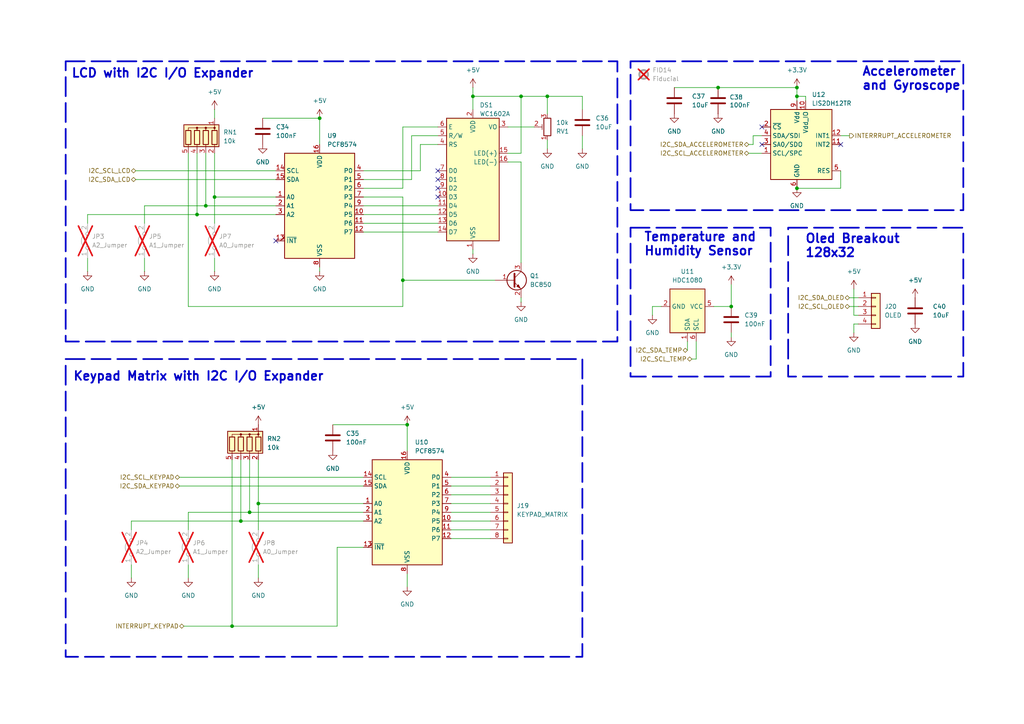
<source format=kicad_sch>
(kicad_sch (version 20231120) (generator "eeschema") (generator_version "8.0")
  (paper "A4")
  (lib_symbols
    (symbol "Connector_Generic:Conn_01x04" (pin_names (offset 1.016) hide)
      (property "Reference" "J" (at 0 5.08 0))
      (property "Value" "Conn_01x04" (at 0 -7.62 0))
      (symbol "Conn_01x04_1_1"
        (rectangle (start -1.27 -4.953) (end 0 -5.207) (stroke (width 0.1524)))
        (rectangle (start -1.27 -2.413) (end 0 -2.667) (stroke (width 0.1524)))
        (rectangle (start -1.27 0.127) (end 0 -0.127) (stroke (width 0.1524)))
        (rectangle (start -1.27 2.667) (end 0 2.413) (stroke (width 0.1524)))
        (rectangle (start -1.27 3.81) (end 1.27 -6.35) (stroke (width 0.254)) (fill (type background)))
        (pin passive line (at -5.08 2.54 0) (length 3.81) (name "Pin_1") (number "1"))
        (pin passive line (at -5.08 0 0) (length 3.81) (name "Pin_2") (number "2"))
        (pin passive line (at -5.08 -2.54 0) (length 3.81) (name "Pin_3") (number "3"))
        (pin passive line (at -5.08 -5.08 0) (length 3.81) (name "Pin_4") (number "4"))
      )
    )
    (symbol "Connector_Generic:Conn_01x08" (pin_names (offset 1.016) hide)
      (property "Reference" "J" (at 0 10.16 0))
      (property "Value" "Conn_01x08" (at 0 -12.7 0))
      (symbol "Conn_01x08_1_1"
        (rectangle (start -1.27 -10.033) (end 0 -10.287) (stroke (width 0.1524)))
        (rectangle (start -1.27 -7.493) (end 0 -7.747) (stroke (width 0.1524)))
        (rectangle (start -1.27 -4.953) (end 0 -5.207) (stroke (width 0.1524)))
        (rectangle (start -1.27 -2.413) (end 0 -2.667) (stroke (width 0.1524)))
        (rectangle (start -1.27 0.127) (end 0 -0.127) (stroke (width 0.1524)))
        (rectangle (start -1.27 2.667) (end 0 2.413) (stroke (width 0.1524)))
        (rectangle (start -1.27 5.207) (end 0 4.953) (stroke (width 0.1524)))
        (rectangle (start -1.27 7.747) (end 0 7.493) (stroke (width 0.1524)))
        (rectangle (start -1.27 8.89) (end 1.27 -11.43) (stroke (width 0.254)) (fill (type background)))
        (pin passive line (at -5.08 7.62 0) (length 3.81) (name "Pin_1") (number "1"))
        (pin passive line (at -5.08 5.08 0) (length 3.81) (name "Pin_2") (number "2"))
        (pin passive line (at -5.08 2.54 0) (length 3.81) (name "Pin_3") (number "3"))
        (pin passive line (at -5.08 0 0) (length 3.81) (name "Pin_4") (number "4"))
        (pin passive line (at -5.08 -2.54 0) (length 3.81) (name "Pin_5") (number "5"))
        (pin passive line (at -5.08 -5.08 0) (length 3.81) (name "Pin_6") (number "6"))
        (pin passive line (at -5.08 -7.62 0) (length 3.81) (name "Pin_7") (number "7"))
        (pin passive line (at -5.08 -10.16 0) (length 3.81) (name "Pin_8") (number "8"))
      )
    )
    (symbol "Device:C" (pin_numbers hide) (pin_names (offset 0.254))
      (property "Reference" "C" (at 0.635 2.54 0))
      (property "Value" "C" (at 0.635 -2.54 0))
      (symbol "C_0_1"
        (polyline (pts (xy -2.032 -0.762) (xy 2.032 -0.762)) (stroke (width 0.508)))
        (polyline (pts (xy -2.032 0.762) (xy 2.032 0.762)) (stroke (width 0.508)))
      )
      (symbol "C_1_1"
        (pin passive line (at 0 3.81 270) (length 2.794) (name "~") (number "1"))
        (pin passive line (at 0 -3.81 90) (length 2.794) (name "~") (number "2"))
      )
    )
    (symbol "Device:R_Network04" (pin_names (offset 0) hide)
      (property "Reference" "RN" (at -7.62 0 90))
      (property "Value" "R_Network04" (at 5.08 0 90))
      (symbol "R_Network04_0_1"
        (rectangle (start -6.35 -3.175) (end 3.81 3.175) (stroke (width 0.254)) (fill (type background)))
        (rectangle (start -5.842 1.524) (end -4.318 -2.54) (stroke (width 0.254)))
        (circle (center -5.08 2.286) (radius 0.254) (fill (type outline)))
        (rectangle (start -3.302 1.524) (end -1.778 -2.54) (stroke (width 0.254)))
        (circle (center -2.54 2.286) (radius 0.254) (fill (type outline)))
        (rectangle (start -0.762 1.524) (end 0.762 -2.54) (stroke (width 0.254)))
        (polyline (pts (xy -5.08 -2.54) (xy -5.08 -3.81)))
        (polyline (pts (xy -2.54 -2.54) (xy -2.54 -3.81)))
        (polyline (pts (xy 0 -2.54) (xy 0 -3.81)))
        (polyline (pts (xy 2.54 -2.54) (xy 2.54 -3.81)))
        (polyline (pts (xy -5.08 1.524) (xy -5.08 2.286) (xy -2.54 2.286) (xy -2.54 1.524)))
        (polyline (pts (xy -2.54 1.524) (xy -2.54 2.286) (xy 0 2.286) (xy 0 1.524)))
        (polyline (pts (xy 0 1.524) (xy 0 2.286) (xy 2.54 2.286) (xy 2.54 1.524)))
        (circle (center 0 2.286) (radius 0.254) (fill (type outline)))
        (rectangle (start 1.778 1.524) (end 3.302 -2.54) (stroke (width 0.254)))
      )
      (symbol "R_Network04_1_1"
        (pin passive line (at -5.08 5.08 270) (length 2.54) (name "common") (number "1"))
        (pin passive line (at -5.08 -5.08 90) (length 1.27) (name "R1") (number "2"))
        (pin passive line (at -2.54 -5.08 90) (length 1.27) (name "R2") (number "3"))
        (pin passive line (at 0 -5.08 90) (length 1.27) (name "R3") (number "4"))
        (pin passive line (at 2.54 -5.08 90) (length 1.27) (name "R4") (number "5"))
      )
    )
    (symbol "Device:R_Potentiometer_Trim" (pin_names (offset 1.016) hide)
      (property "Reference" "RV" (at -4.445 0 90))
      (property "Value" "R_Potentiometer_Trim" (at -2.54 0 90))
      (symbol "R_Potentiometer_Trim_0_1"
        (polyline (pts (xy 1.524 0.762) (xy 1.524 -0.762)))
        (polyline (pts (xy 2.54 0) (xy 1.524 0)))
        (rectangle (start 1.016 2.54) (end -1.016 -2.54) (stroke (width 0.254)))
      )
      (symbol "R_Potentiometer_Trim_1_1"
        (pin passive line (at 0 3.81 270) (length 1.27) (name "1") (number "1"))
        (pin passive line (at 3.81 0 180) (length 1.27) (name "2") (number "2"))
        (pin passive line (at 0 -3.81 90) (length 1.27) (name "3") (number "3"))
      )
    )
    (symbol "Display_Character:WC1602A"
      (property "Reference" "DS" (at -5.842 19.05 0))
      (property "Value" "WC1602A" (at 5.334 19.05 0))
      (symbol "WC1602A_1_1"
        (rectangle (start -7.62 17.78) (end 7.62 -17.78) (stroke (width 0.254)) (fill (type background)))
        (pin power_in line (at 0 -20.32 90) (length 2.54) (name "VSS") (number "1"))
        (pin input line (at -10.16 -5.08 0) (length 2.54) (name "D3") (number "10"))
        (pin input line (at -10.16 -7.62 0) (length 2.54) (name "D4") (number "11"))
        (pin input line (at -10.16 -10.16 0) (length 2.54) (name "D5") (number "12"))
        (pin input line (at -10.16 -12.7 0) (length 2.54) (name "D6") (number "13"))
        (pin input line (at -10.16 -15.24 0) (length 2.54) (name "D7") (number "14"))
        (pin power_in line (at 10.16 7.62 180) (length 2.54) (name "LED(+)") (number "15"))
        (pin power_in line (at 10.16 5.08 180) (length 2.54) (name "LED(-)") (number "16"))
        (pin power_in line (at 0 20.32 270) (length 2.54) (name "VDD") (number "2"))
        (pin input line (at 10.16 15.24 180) (length 2.54) (name "VO") (number "3"))
        (pin input line (at -10.16 10.16 0) (length 2.54) (name "RS") (number "4"))
        (pin input line (at -10.16 12.7 0) (length 2.54) (name "R/W") (number "5"))
        (pin input line (at -10.16 15.24 0) (length 2.54) (name "E") (number "6"))
        (pin input line (at -10.16 2.54 0) (length 2.54) (name "D0") (number "7"))
        (pin input line (at -10.16 0 0) (length 2.54) (name "D1") (number "8"))
        (pin input line (at -10.16 -2.54 0) (length 2.54) (name "D2") (number "9"))
      )
    )
    (symbol "Interface_Expansion:PCF8574"
      (property "Reference" "U" (at -8.89 16.51 0))
      (property "Value" "PCF8574" (at 2.54 16.51 0))
      (symbol "PCF8574_0_1"
        (rectangle (start -10.16 15.24) (end 10.16 -15.24) (stroke (width 0.254)) (fill (type background)))
      )
      (symbol "PCF8574_1_1"
        (pin input line (at -12.7 2.54 0) (length 2.54) (name "A0") (number "1"))
        (pin bidirectional line (at 12.7 -2.54 180) (length 2.54) (name "P5") (number "10"))
        (pin bidirectional line (at 12.7 -5.08 180) (length 2.54) (name "P6") (number "11"))
        (pin bidirectional line (at 12.7 -7.62 180) (length 2.54) (name "P7") (number "12"))
        (pin open_collector output_low (at -12.7 -10.16 0) (length 2.54) (name "~{INT}") (number "13"))
        (pin input line (at -12.7 10.16 0) (length 2.54) (name "SCL") (number "14"))
        (pin bidirectional line (at -12.7 7.62 0) (length 2.54) (name "SDA") (number "15"))
        (pin power_in line (at 0 17.78 270) (length 2.54) (name "VDD") (number "16"))
        (pin input line (at -12.7 0 0) (length 2.54) (name "A1") (number "2"))
        (pin input line (at -12.7 -2.54 0) (length 2.54) (name "A2") (number "3"))
        (pin bidirectional line (at 12.7 10.16 180) (length 2.54) (name "P0") (number "4"))
        (pin bidirectional line (at 12.7 7.62 180) (length 2.54) (name "P1") (number "5"))
        (pin bidirectional line (at 12.7 5.08 180) (length 2.54) (name "P2") (number "6"))
        (pin bidirectional line (at 12.7 2.54 180) (length 2.54) (name "P3") (number "7"))
        (pin power_in line (at 0 -17.78 90) (length 2.54) (name "VSS") (number "8"))
        (pin bidirectional line (at 12.7 0 180) (length 2.54) (name "P4") (number "9"))
      )
    )
    (symbol "Jumper:Jumper_2_Open" (pin_names (offset 0) hide)
      (property "Reference" "JP" (at 0 2.794 0))
      (property "Value" "Jumper_2_Open" (at 0 -2.286 0))
      (symbol "Jumper_2_Open_0_0"
        (circle (center -2.032 0) (radius 0.508))
        (circle (center 2.032 0) (radius 0.508))
      )
      (symbol "Jumper_2_Open_0_1"
        (arc (start 1.524 1.27) (mid 0 1.778) (end -1.524 1.27))
      )
      (symbol "Jumper_2_Open_1_1"
        (pin passive line (at -5.08 0 0) (length 2.54) (name "A") (number "1"))
        (pin passive line (at 5.08 0 180) (length 2.54) (name "B") (number "2"))
      )
    )
    (symbol "Mechanical:Fiducial"
      (property "Reference" "FID" (at 0 5.08 0))
      (property "Value" "Fiducial" (at 0 3.175 0))
      (symbol "Fiducial_0_1"
        (circle (center 0 0) (radius 1.27) (stroke (width 0.508)) (fill (type background)))
      )
    )
    (symbol "Sensor_Humidity:HDC1080"
      (property "Reference" "U" (at -6.35 6.35 0))
      (property "Value" "HDC1080" (at 3.81 6.35 0))
      (symbol "HDC1080_0_1"
        (rectangle (start -7.62 5.08) (end 5.08 -5.08) (stroke (width 0.254)) (fill (type background)))
      )
      (symbol "HDC1080_1_1"
        (pin bidirectional line (at 7.62 0 180) (length 2.54) (name "SDA") (number "1"))
        (pin power_in line (at -2.54 -7.62 90) (length 2.54) (name "GND") (number "2"))
        (pin no_connect line (at -7.62 0 0) (length 2.54) hide (name "NC") (number "3"))
        (pin no_connect line (at -7.62 -2.54 0) (length 2.54) hide (name "NC") (number "4"))
        (pin power_in line (at -2.54 7.62 270) (length 2.54) (name "VCC") (number "5"))
        (pin input line (at 7.62 2.54 180) (length 2.54) (name "SCL") (number "6"))
        (pin no_connect line (at -7.62 2.54 0) (length 2.54) hide (name "DAP") (number "7"))
      )
    )
    (symbol "Sensor_Motion:LIS2DE12"
      (property "Reference" "U" (at -5.08 11.43 0))
      (property "Value" "LIS2DE12" (at 3.81 11.43 0))
      (symbol "LIS2DE12_0_1"
        (rectangle (start -7.62 10.16) (end 10.16 -10.16) (stroke (width 0.254)) (fill (type background)))
      )
      (symbol "LIS2DE12_1_1"
        (pin input line (at -10.16 -2.54 0) (length 2.54) (name "SCL/SPC") (number "1"))
        (pin power_in line (at 2.54 12.7 270) (length 2.54) (name "Vdd_IO") (number "10"))
        (pin output line (at 12.7 0 180) (length 2.54) (name "INT2") (number "11"))
        (pin output line (at 12.7 2.54 180) (length 2.54) (name "INT1") (number "12"))
        (pin input line (at -10.16 5.08 0) (length 2.54) (name "~{CS}") (number "2"))
        (pin bidirectional line (at -10.16 0 0) (length 2.54) (name "SA0/SDO") (number "3"))
        (pin bidirectional line (at -10.16 2.54 0) (length 2.54) (name "SDA/SDI") (number "4"))
        (pin passive line (at 12.7 -7.62 180) (length 2.54) (name "RES") (number "5"))
        (pin power_in line (at 0 -12.7 90) (length 2.54) (name "GND") (number "6"))
        (pin passive line (at 0 -12.7 90) (length 2.54) hide (name "GND") (number "7"))
        (pin passive line (at 0 -12.7 90) (length 2.54) hide (name "GND") (number "8"))
        (pin power_in line (at 0 12.7 270) (length 2.54) (name "Vdd") (number "9"))
      )
    )
    (symbol "Transistor_BJT:BC850" (pin_names (offset 0) hide)
      (property "Reference" "Q" (at 5.08 1.905 0))
      (property "Value" "BC850" (at 5.08 0 0))
      (symbol "BC850_0_1"
        (polyline (pts (xy 0.635 0.635) (xy 2.54 2.54)))
        (polyline (pts (xy 0.635 -0.635) (xy 2.54 -2.54) (xy 2.54 -2.54)))
        (polyline (pts (xy 0.635 1.905) (xy 0.635 -1.905) (xy 0.635 -1.905)) (stroke (width 0.508)))
        (polyline (pts (xy 1.27 -1.778) (xy 1.778 -1.27) (xy 2.286 -2.286) (xy 1.27 -1.778) (xy 1.27 -1.778)) (fill (type outline)))
        (circle (center 1.27 0) (radius 2.8194) (stroke (width 0.254)))
      )
      (symbol "BC850_1_1"
        (pin input line (at -5.08 0 0) (length 5.715) (name "B") (number "1"))
        (pin passive line (at 2.54 -5.08 90) (length 2.54) (name "E") (number "2"))
        (pin passive line (at 2.54 5.08 270) (length 2.54) (name "C") (number "3"))
      )
    )
    (symbol "power:+3.3V" (power) (pin_numbers hide) (pin_names (offset 0) hide)
      (property "Value" "+3.3V" (at 0 3.556 0))
      (symbol "+3.3V_0_1"
        (polyline (pts (xy -0.762 1.27) (xy 0 2.54)))
        (polyline (pts (xy 0 0) (xy 0 2.54)))
        (polyline (pts (xy 0 2.54) (xy 0.762 1.27)))
      )
      (symbol "+3.3V_1_1"
        (pin power_in line (at 0 0 90) (length 0) (name "~") (number "1"))
      )
    )
    (symbol "power:+5V" (power) (pin_numbers hide) (pin_names (offset 0) hide)
      (property "Value" "+5V" (at 0 3.556 0))
      (symbol "+5V_0_1"
        (polyline (pts (xy -0.762 1.27) (xy 0 2.54)))
        (polyline (pts (xy 0 0) (xy 0 2.54)))
        (polyline (pts (xy 0 2.54) (xy 0.762 1.27)))
      )
      (symbol "+5V_1_1"
        (pin power_in line (at 0 0 90) (length 0) (name "~") (number "1"))
      )
    )
    (symbol "power:GND" (power) (pin_numbers hide) (pin_names (offset 0) hide)
      (property "Value" "GND" (at 0 -3.81 0))
      (symbol "GND_0_1"
        (polyline (pts (xy 0 0) (xy 0 -1.27) (xy 1.27 -1.27) (xy 0 -2.54) (xy -1.27 -1.27) (xy 0 -1.27)))
      )
      (symbol "GND_1_1"
        (pin power_in line (at 0 0 270) (length 0) (name "~") (number "1"))
      )
    )
  )
  (junction (at 72.39 148.59))
  (junction (at 67.31 181.61))
  (junction (at 231.14 54.61))
  (junction (at 158.75 27.94))
  (junction (at 59.69 59.69))
  (junction (at 62.23 57.15))
  (junction (at 137.16 27.94))
  (junction (at 69.85 151.13))
  (junction (at 231.14 25.4))
  (junction (at 118.11 123.19))
  (junction (at 231.14 27.94))
  (junction (at 151.13 27.94))
  (junction (at 212.09 88.9))
  (junction (at 116.84 81.28))
  (junction (at 74.93 146.05))
  (junction (at 208.28 25.4))
  (junction (at 92.71 34.29))
  (junction (at 57.15 62.23))
  (no_connect (at 243.84 41.91))
  (no_connect (at 127 54.61))
  (no_connect (at 220.98 36.83))
  (no_connect (at 127 57.15))
  (no_connect (at 80.01 69.85))
  (no_connect (at 127 52.07))
  (no_connect (at 220.98 41.91))
  (no_connect (at 127 49.53))
  (wire (pts (xy 143.51 81.28) (xy 116.84 81.28)))
  (wire (pts (xy 74.93 146.05) (xy 74.93 133.35)))
  (wire (pts (xy 158.75 33.02) (xy 158.75 27.94)))
  (wire (pts (xy 57.15 62.23) (xy 57.15 44.45)))
  (wire (pts (xy 217.17 41.91) (xy 218.44 41.91)))
  (wire (pts (xy 231.14 27.94) (xy 231.14 29.21)))
  (wire (pts (xy 52.07 138.43) (xy 105.41 138.43)))
  (wire (pts (xy 59.69 59.69) (xy 59.69 44.45)))
  (wire (pts (xy 137.16 72.39) (xy 137.16 73.66)))
  (wire (pts (xy 119.38 39.37) (xy 127 39.37)))
  (wire (pts (xy 54.61 163.83) (xy 54.61 167.64)))
  (wire (pts (xy 207.01 88.9) (xy 212.09 88.9)))
  (wire (pts (xy 142.24 148.59) (xy 130.81 148.59)))
  (wire (pts (xy 76.2 34.29) (xy 92.71 34.29)))
  (wire (pts (xy 97.79 158.75) (xy 105.41 158.75)))
  (wire (pts (xy 105.41 148.59) (xy 72.39 148.59)))
  (wire (pts (xy 212.09 97.79) (xy 212.09 96.52)))
  (wire (pts (xy 52.07 140.97) (xy 105.41 140.97)))
  (wire (pts (xy 67.31 181.61) (xy 97.79 181.61)))
  (wire (pts (xy 38.1 163.83) (xy 38.1 167.64)))
  (wire (pts (xy 116.84 36.83) (xy 127 36.83)))
  (wire (pts (xy 127 64.77) (xy 105.41 64.77)))
  (wire (pts (xy 54.61 153.67) (xy 54.61 148.59)))
  (wire (pts (xy 67.31 133.35) (xy 67.31 181.61)))
  (wire (pts (xy 54.61 148.59) (xy 72.39 148.59)))
  (wire (pts (xy 121.92 49.53) (xy 121.92 41.91)))
  (wire (pts (xy 62.23 74.93) (xy 62.23 78.74)))
  (wire (pts (xy 41.91 74.93) (xy 41.91 78.74)))
  (wire (pts (xy 25.4 62.23) (xy 57.15 62.23)))
  (wire (pts (xy 74.93 163.83) (xy 74.93 167.64)))
  (wire (pts (xy 243.84 49.53) (xy 243.84 54.61)))
  (wire (pts (xy 247.65 83.82) (xy 247.65 91.44)))
  (wire (pts (xy 158.75 40.64) (xy 158.75 43.18)))
  (wire (pts (xy 118.11 166.37) (xy 118.11 170.18)))
  (wire (pts (xy 25.4 64.77) (xy 25.4 62.23)))
  (wire (pts (xy 54.61 44.45) (xy 54.61 88.9)))
  (wire (pts (xy 142.24 146.05) (xy 130.81 146.05)))
  (wire (pts (xy 168.91 39.37) (xy 168.91 43.18)))
  (wire (pts (xy 105.41 151.13) (xy 69.85 151.13)))
  (wire (pts (xy 41.91 59.69) (xy 59.69 59.69)))
  (wire (pts (xy 195.58 25.4) (xy 208.28 25.4)))
  (wire (pts (xy 208.28 25.4) (xy 231.14 25.4)))
  (wire (pts (xy 92.71 77.47) (xy 92.71 78.74)))
  (wire (pts (xy 247.65 91.44) (xy 248.92 91.44)))
  (wire (pts (xy 38.1 151.13) (xy 69.85 151.13)))
  (wire (pts (xy 127 67.31) (xy 105.41 67.31)))
  (wire (pts (xy 233.68 27.94) (xy 231.14 27.94)))
  (wire (pts (xy 38.1 153.67) (xy 38.1 151.13)))
  (wire (pts (xy 151.13 44.45) (xy 151.13 27.94)))
  (wire (pts (xy 158.75 27.94) (xy 151.13 27.94)))
  (wire (pts (xy 147.32 44.45) (xy 151.13 44.45)))
  (wire (pts (xy 116.84 57.15) (xy 105.41 57.15)))
  (wire (pts (xy 200.66 104.14) (xy 201.93 104.14)))
  (wire (pts (xy 233.68 29.21) (xy 233.68 27.94)))
  (wire (pts (xy 118.11 123.19) (xy 118.11 130.81)))
  (wire (pts (xy 121.92 41.91) (xy 127 41.91)))
  (wire (pts (xy 69.85 151.13) (xy 69.85 133.35)))
  (wire (pts (xy 105.41 54.61) (xy 116.84 54.61)))
  (wire (pts (xy 62.23 57.15) (xy 62.23 44.45)))
  (wire (pts (xy 119.38 52.07) (xy 119.38 39.37)))
  (wire (pts (xy 220.98 39.37) (xy 218.44 39.37)))
  (wire (pts (xy 116.84 88.9) (xy 116.84 81.28)))
  (wire (pts (xy 246.38 88.9) (xy 248.92 88.9)))
  (wire (pts (xy 142.24 156.21) (xy 130.81 156.21)))
  (wire (pts (xy 218.44 39.37) (xy 218.44 41.91)))
  (wire (pts (xy 147.32 46.99) (xy 151.13 46.99)))
  (wire (pts (xy 142.24 153.67) (xy 130.81 153.67)))
  (wire (pts (xy 127 59.69) (xy 105.41 59.69)))
  (wire (pts (xy 189.23 91.44) (xy 189.23 88.9)))
  (wire (pts (xy 151.13 86.36) (xy 151.13 87.63)))
  (wire (pts (xy 116.84 54.61) (xy 116.84 36.83)))
  (wire (pts (xy 231.14 25.4) (xy 231.14 27.94)))
  (wire (pts (xy 168.91 31.75) (xy 168.91 27.94)))
  (wire (pts (xy 105.41 146.05) (xy 74.93 146.05)))
  (wire (pts (xy 217.17 44.45) (xy 220.98 44.45)))
  (wire (pts (xy 72.39 148.59) (xy 72.39 133.35)))
  (wire (pts (xy 53.34 181.61) (xy 67.31 181.61)))
  (wire (pts (xy 168.91 27.94) (xy 158.75 27.94)))
  (wire (pts (xy 142.24 140.97) (xy 130.81 140.97)))
  (wire (pts (xy 62.23 31.75) (xy 62.23 34.29)))
  (wire (pts (xy 39.37 52.07) (xy 80.01 52.07)))
  (wire (pts (xy 246.38 86.36) (xy 248.92 86.36)))
  (wire (pts (xy 74.93 146.05) (xy 74.93 153.67)))
  (wire (pts (xy 80.01 62.23) (xy 57.15 62.23)))
  (wire (pts (xy 243.84 54.61) (xy 231.14 54.61)))
  (wire (pts (xy 151.13 46.99) (xy 151.13 76.2)))
  (wire (pts (xy 212.09 88.9) (xy 212.09 82.55)))
  (wire (pts (xy 142.24 143.51) (xy 130.81 143.51)))
  (wire (pts (xy 147.32 36.83) (xy 154.94 36.83)))
  (wire (pts (xy 25.4 74.93) (xy 25.4 78.74)))
  (wire (pts (xy 41.91 64.77) (xy 41.91 59.69)))
  (wire (pts (xy 142.24 138.43) (xy 130.81 138.43)))
  (wire (pts (xy 248.92 93.98) (xy 247.65 93.98)))
  (wire (pts (xy 105.41 49.53) (xy 121.92 49.53)))
  (wire (pts (xy 92.71 34.29) (xy 92.71 41.91)))
  (wire (pts (xy 39.37 49.53) (xy 80.01 49.53)))
  (wire (pts (xy 151.13 27.94) (xy 137.16 27.94)))
  (wire (pts (xy 96.52 123.19) (xy 118.11 123.19)))
  (wire (pts (xy 116.84 81.28) (xy 116.84 57.15)))
  (wire (pts (xy 246.38 39.37) (xy 243.84 39.37)))
  (wire (pts (xy 97.79 181.61) (xy 97.79 158.75)))
  (wire (pts (xy 137.16 27.94) (xy 137.16 31.75)))
  (wire (pts (xy 105.41 52.07) (xy 119.38 52.07)))
  (wire (pts (xy 137.16 25.4) (xy 137.16 27.94)))
  (wire (pts (xy 127 62.23) (xy 105.41 62.23)))
  (wire (pts (xy 62.23 57.15) (xy 62.23 64.77)))
  (wire (pts (xy 54.61 88.9) (xy 116.84 88.9)))
  (wire (pts (xy 247.65 93.98) (xy 247.65 96.52)))
  (wire (pts (xy 80.01 59.69) (xy 59.69 59.69)))
  (wire (pts (xy 142.24 151.13) (xy 130.81 151.13)))
  (wire (pts (xy 201.93 104.14) (xy 201.93 99.06)))
  (wire (pts (xy 189.23 88.9) (xy 191.77 88.9)))
  (wire (pts (xy 199.39 99.06) (xy 199.39 101.6)))
  (wire (pts (xy 80.01 57.15) (xy 62.23 57.15)))
  (rectangle (start 19.05 104.14) (end 168.91 190.5) (stroke (width 0.5) (type dash)))
  (rectangle (start 228.6 66.04) (end 279.4 109.22) (stroke (width 0.5) (type dash)))
  (rectangle (start 182.88 66.04) (end 223.52 109.22) (stroke (width 0.5) (type dash)))
  (rectangle (start 19.05 17.78) (end 179.07 99.06) (stroke (width 0.5) (type dash)))
  (rectangle (start 182.88 17.78) (end 279.4 60.96) (stroke (width 0.5) (type dash)))
  (text "LCD with I2C I/O Expander" (at 20.574 22.86 0) (effects (font (size 2.54 2.54) (thickness 0.508) (bold yes)) (justify left bottom)))
  (text "Keypad Matrix with I2C I/O Expander" (at 21.082 110.744 0) (effects (font (size 2.54 2.54) (thickness 0.508) (bold yes)) (justify left bottom)))
  (text "Accelerometer\nand Gyroscope" (at 249.936 26.416 0) (effects (font (size 2.54 2.54) (thickness 0.508) (bold yes)) (justify left bottom)))
  (text "Temperature and \nHumidity Sensor" (at 186.69 74.422 0) (effects (font (size 2.54 2.54) (thickness 0.508) (bold yes)) (justify left bottom)))
  (text "Oled Breakout\n128x32" (at 233.426 74.93 0) (effects (font (size 2.54 2.54) (thickness 0.508) (bold yes)) (justify left bottom)))
  (hierarchical_label "I2C_SCL_TEMP" (shape bidirectional) (at 200.66 104.14 180))
  (hierarchical_label "INTERRUPT_KEYPAD" (shape bidirectional) (at 53.34 181.61 180))
  (hierarchical_label "I2C_SCL_OLED" (shape bidirectional) (at 246.38 88.9 180))
  (hierarchical_label "I2C_SDA_OLED" (shape bidirectional) (at 246.38 86.36 180))
  (hierarchical_label "I2C_SDA_TEMP" (shape bidirectional) (at 199.39 101.6 180))
  (hierarchical_label "INTERRRUPT_ACCELEROMETER" (shape output) (at 246.38 39.37 0))
  (hierarchical_label "I2C_SCL_ACCELEROMETER" (shape bidirectional) (at 217.17 44.45 180))
  (hierarchical_label "I2C_SDA_KEYPAD" (shape bidirectional) (at 52.07 140.97 180))
  (hierarchical_label "I2C_SCL_LCD" (shape bidirectional) (at 39.37 49.53 180))
  (hierarchical_label "I2C_SDA_ACCELEROMETER" (shape bidirectional) (at 217.17 41.91 180))
  (hierarchical_label "I2C_SCL_KEYPAD" (shape bidirectional) (at 52.07 138.43 180))
  (hierarchical_label "I2C_SDA_LCD" (shape bidirectional) (at 39.37 52.07 180))
  (symbol (lib_id "Jumper:Jumper_2_Open") (at 62.23 69.85 90) (unit 1) (in_bom no) (dnp yes)
    (property "Reference" "JP7" (at 63.5 68.5799 90) (effects (justify right)))
    (property "Value" "A0_Jumper" (at 63.5 71.1199 90) (effects (justify right)))
    (property "Footprint" "Jumper:SolderJumper-2_P1.3mm_Open_Pad1.0x1.5mm" (effects (hide yes)))
    (property "Description" "Jumper, 2-pole, open" (effects (hide yes)))
  )
  (symbol (lib_id "Jumper:Jumper_2_Open") (at 38.1 158.75 90) (unit 1) (in_bom no) (dnp yes)
    (property "Reference" "JP4" (at 39.37 157.4799 90) (effects (justify right)))
    (property "Value" "A2_Jumper" (at 39.37 160.0199 90) (effects (justify right)))
    (property "Footprint" "Jumper:SolderJumper-2_P1.3mm_Open_Pad1.0x1.5mm" (effects (hide yes)))
    (property "Description" "Jumper, 2-pole, open" (effects (hide yes)))
  )
  (symbol (lib_id "Sensor_Motion:LIS2DE12") (at 231.14 41.91 0) (unit 1)
    (property "Reference" "U12" (at 235.458 27.432 0) (effects (justify left)))
    (property "Value" "LIS2DH12TR" (at 235.458 29.972 0) (effects (justify left)))
    (property "Footprint" "Package_LGA:LGA-12_2x2mm_P0.5mm" (effects (hide yes)))
    (property "Datasheet" "https://www.st.com/resource/en/datasheet/lis2DE12.pdf" (effects (hide yes)))
    (property "Description" "3-Axis Accelerometer, 2/4/8/16g range, I2C/SPI interface" (effects (hide yes)))
    (property "MOUSER" " 511-LIS2DH12TR " (effects (hide yes)))
  )
  (symbol (lib_id "power:+5V") (at 92.71 34.29 0) (unit 1)
    (property "Reference" "#PWR0120" (effects (hide yes)))
    (property "Value" "+5V" (at 92.71 29.21 0))
    (property "Description" "Power symbol creates a global label with name \"+5V\"" (effects (hide yes)))
  )
  (symbol (lib_id "power:GND") (at 76.2 41.91 0) (unit 1)
    (property "Reference" "#PWR0119" (effects (hide yes)))
    (property "Value" "GND" (at 76.2 46.99 0))
    (property "Description" "Power symbol creates a global label with name \"GND\" , ground" (effects (hide yes)))
  )
  (symbol (lib_id "power:GND") (at 25.4 78.74 0) (unit 1)
    (property "Reference" "#PWR0111" (effects (hide yes)))
    (property "Value" "GND" (at 25.4 83.82 0))
    (property "Description" "Power symbol creates a global label with name \"GND\" , ground" (effects (hide yes)))
  )
  (symbol (lib_id "Connector_Generic:Conn_01x04") (at 254 88.9 0) (unit 1)
    (property "Reference" "J20" (at 256.54 88.8999 0) (effects (justify left)))
    (property "Value" "OLED" (at 256.54 91.4399 0) (effects (justify left)))
    (property "Footprint" "Connector_PinSocket_2.54mm:PinSocket_1x04_P2.54mm_Vertical" (effects (hide yes)))
    (property "Description" "Generic connector, single row, 01x04, script generated (kicad-library-utils/schlib/autogen/connector/)" (effects (hide yes)))
    (property "TME" "ZL262-4SG" (effects (hide yes)))
  )
  (symbol (lib_id "power:GND") (at 96.52 130.81 0) (unit 1)
    (property "Reference" "#PWR0122" (effects (hide yes)))
    (property "Value" "GND" (at 96.52 135.89 0))
    (property "Description" "Power symbol creates a global label with name \"GND\" , ground" (effects (hide yes)))
  )
  (symbol (lib_id "power:+5V") (at 265.43 86.36 0) (unit 1)
    (property "Reference" "#PWR0139" (effects (hide yes)))
    (property "Value" "+5V" (at 265.43 81.28 0))
    (property "Description" "Power symbol creates a global label with name \"+5V\"" (effects (hide yes)))
  )
  (symbol (lib_id "power:GND") (at 158.75 43.18 0) (unit 1)
    (property "Reference" "#PWR0128" (effects (hide yes)))
    (property "Value" "GND" (at 158.75 48.26 0))
    (property "Description" "Power symbol creates a global label with name \"GND\" , ground" (effects (hide yes)))
  )
  (symbol (lib_id "power:GND") (at 41.91 78.74 0) (unit 1)
    (property "Reference" "#PWR0113" (effects (hide yes)))
    (property "Value" "GND" (at 41.91 83.82 0))
    (property "Description" "Power symbol creates a global label with name \"GND\" , ground" (effects (hide yes)))
  )
  (symbol (lib_id "Device:C") (at 76.2 38.1 0) (unit 1)
    (property "Reference" "C34" (at 80.01 36.8299 0) (effects (justify left)))
    (property "Value" "100nF" (at 80.01 39.3699 0) (effects (justify left)))
    (property "Footprint" "Capacitor_SMD:C_0603_1608Metric" (effects (hide yes)))
    (property "Description" "Unpolarized capacitor" (effects (hide yes)))
    (property "TME" "CL10B104KB8NNNC  " (effects (hide yes)))
  )
  (symbol (lib_id "power:GND") (at 231.14 54.61 0) (unit 1)
    (property "Reference" "#PWR0136" (effects (hide yes)))
    (property "Value" "GND" (at 231.14 59.69 0))
    (property "Description" "Power symbol creates a global label with name \"GND\" , ground" (effects (hide yes)))
  )
  (symbol (lib_id "Interface_Expansion:PCF8574") (at 118.11 148.59 0) (unit 1)
    (property "Reference" "U10" (at 120.3041 128.27 0) (effects (justify left)))
    (property "Value" "PCF8574" (at 120.3041 130.81 0) (effects (justify left)))
    (property "Footprint" "Package_SO:SSOP-20_4.4x6.5mm_P0.65mm" (effects (hide yes)))
    (property "Datasheet" "http://www.nxp.com/docs/en/data-sheet/PCF8574_PCF8574A.pdf" (effects (hide yes)))
    (property "Description" "8 Bit Port/Expander to I2C Bus, DIP/SOIC-16" (effects (hide yes)))
    (property "TME" "PCF8574TS/3.118" (effects (hide yes)))
  )
  (symbol (lib_id "power:GND") (at 74.93 167.64 0) (unit 1)
    (property "Reference" "#PWR0118" (effects (hide yes)))
    (property "Value" "GND" (at 74.93 172.72 0))
    (property "Description" "Power symbol creates a global label with name \"GND\" , ground" (effects (hide yes)))
  )
  (symbol (lib_id "power:GND") (at 92.71 78.74 0) (unit 1)
    (property "Reference" "#PWR0121" (effects (hide yes)))
    (property "Value" "GND" (at 92.71 83.82 0))
    (property "Description" "Power symbol creates a global label with name \"GND\" , ground" (effects (hide yes)))
  )
  (symbol (lib_id "Connector_Generic:Conn_01x08") (at 147.32 146.05 0) (unit 1)
    (property "Reference" "J19" (at 149.86 146.685 0) (effects (justify left)))
    (property "Value" "KEYPAD_MATRIX" (at 149.86 149.225 0) (effects (justify left)))
    (property "Footprint" "Connector_PinHeader_2.54mm:PinHeader_1x08_P2.54mm_Vertical_SMD_Pin1Left" (effects (hide yes)))
    (property "TME" "M20-8770842" (effects (hide yes)))
  )
  (symbol (lib_id "Device:R_Network04") (at 69.85 128.27 0) (mirror y) (unit 1)
    (property "Reference" "RN2" (at 77.47 127.2539 0) (effects (justify right)))
    (property "Value" "10k" (at 77.47 129.7939 0) (effects (justify right)))
    (property "Footprint" "Resistor_SMD:R_Array_Concave_4x0603" (effects (hide yes)))
    (property "Datasheet" "http://www.vishay.com/docs/31509/csc.pdf" (effects (hide yes)))
    (property "Description" "4 resistor network, star topology, bussed resistors, small symbol" (effects (hide yes)))
    (property "TME" "DR1206-10K-4/8" (effects (hide yes)))
  )
  (symbol (lib_id "Sensor_Humidity:HDC1080") (at 199.39 91.44 270) (unit 1)
    (property "Reference" "U11" (at 199.39 78.74 90))
    (property "Value" "HDC1080" (at 199.39 81.28 90))
    (property "Footprint" "Package_SON:Texas_PWSON-N6" (effects (hide yes)))
    (property "Datasheet" "http://www.ti.com/lit/ds/symlink/hdc1080.pdf" (effects (hide yes)))
    (property "MOUSER" " 595-HDC1080DMBR " (effects (hide yes)))
  )
  (symbol (lib_id "Jumper:Jumper_2_Open") (at 25.4 69.85 90) (unit 1) (in_bom no) (dnp yes)
    (property "Reference" "JP3" (at 26.67 68.5799 90) (effects (justify right)))
    (property "Value" "A2_Jumper" (at 26.67 71.1199 90) (effects (justify right)))
    (property "Footprint" "Jumper:SolderJumper-2_P1.3mm_Open_Pad1.0x1.5mm" (effects (hide yes)))
    (property "Description" "Jumper, 2-pole, open" (effects (hide yes)))
  )
  (symbol (lib_id "power:GND") (at 54.61 167.64 0) (unit 1)
    (property "Reference" "#PWR0114" (effects (hide yes)))
    (property "Value" "GND" (at 54.61 172.72 0))
    (property "Description" "Power symbol creates a global label with name \"GND\" , ground" (effects (hide yes)))
  )
  (symbol (lib_id "Device:C") (at 208.28 29.21 0) (unit 1)
    (property "Reference" "C38" (at 211.582 28.194 0) (effects (justify left)))
    (property "Value" "100nF" (at 211.582 30.48 0) (effects (justify left)))
    (property "Footprint" "Capacitor_SMD:C_0603_1608Metric" (effects (hide yes)))
    (property "Description" "Unpolarized capacitor" (effects (hide yes)))
    (property "TME" "CL10B104KB8NNNC  " (effects (hide yes)))
  )
  (symbol (lib_id "Device:C") (at 212.09 92.71 0) (unit 1)
    (property "Reference" "C39" (at 215.9 91.4399 0) (effects (justify left)))
    (property "Value" "100nF" (at 215.9 93.9799 0) (effects (justify left)))
    (property "Footprint" "Capacitor_SMD:C_0603_1608Metric" (effects (hide yes)))
    (property "Description" "Unpolarized capacitor" (effects (hide yes)))
    (property "TME" "CL10B104KB8NNNC  " (effects (hide yes)))
  )
  (symbol (lib_id "Mechanical:Fiducial") (at 186.69 21.59 0) (unit 1) (dnp yes)
    (property "Reference" "FID14" (at 189.23 20.3199 0) (effects (justify left)))
    (property "Value" "Fiducial" (at 189.23 22.8599 0) (effects (justify left)))
    (property "Footprint" "Fiducial:Fiducial_1mm_Mask3mm" (effects (hide yes)))
    (property "Description" "Fiducial Marker" (effects (hide yes)))
  )
  (symbol (lib_id "power:+5V") (at 62.23 31.75 0) (unit 1)
    (property "Reference" "#PWR0115" (effects (hide yes)))
    (property "Value" "+5V" (at 62.23 26.67 0))
    (property "Description" "Power symbol creates a global label with name \"+5V\"" (effects (hide yes)))
  )
  (symbol (lib_id "power:GND") (at 151.13 87.63 0) (unit 1)
    (property "Reference" "#PWR0127" (effects (hide yes)))
    (property "Value" "GND" (at 151.13 92.71 0))
    (property "Description" "Power symbol creates a global label with name \"GND\" , ground" (effects (hide yes)))
  )
  (symbol (lib_id "power:GND") (at 195.58 33.02 0) (unit 1)
    (property "Reference" "#PWR0131" (effects (hide yes)))
    (property "Value" "GND" (at 195.58 38.1 0))
    (property "Description" "Power symbol creates a global label with name \"GND\" , ground" (effects (hide yes)))
  )
  (symbol (lib_id "power:+3.3V") (at 212.09 82.55 0) (unit 1)
    (property "Reference" "#PWR0133" (effects (hide yes)))
    (property "Value" "+3.3V" (at 212.09 77.47 0))
    (property "Description" "Power symbol creates a global label with name \"+3.3V\"" (effects (hide yes)))
  )
  (symbol (lib_id "Device:C") (at 168.91 35.56 0) (unit 1)
    (property "Reference" "C36" (at 172.72 34.2899 0) (effects (justify left)))
    (property "Value" "10uF" (at 172.72 36.8299 0) (effects (justify left)))
    (property "Footprint" "Capacitor_SMD:C_0805_2012Metric" (effects (hide yes)))
    (property "Description" "Unpolarized capacitor" (effects (hide yes)))
    (property "TME" "CL21A106KOQNNNE  " (effects (hide yes)))
  )
  (symbol (lib_id "power:+3.3V") (at 231.14 25.4 0) (unit 1)
    (property "Reference" "#PWR0135" (effects (hide yes)))
    (property "Value" "+3.3V" (at 231.14 20.32 0))
    (property "Description" "Power symbol creates a global label with name \"+3.3V\"" (effects (hide yes)))
  )
  (symbol (lib_id "power:GND") (at 168.91 43.18 0) (unit 1)
    (property "Reference" "#PWR0129" (effects (hide yes)))
    (property "Value" "GND" (at 168.91 48.26 0))
    (property "Description" "Power symbol creates a global label with name \"GND\" , ground" (effects (hide yes)))
  )
  (symbol (lib_id "power:+5V") (at 137.16 25.4 0) (unit 1)
    (property "Reference" "#PWR0125" (effects (hide yes)))
    (property "Value" "+5V" (at 137.16 20.32 0))
    (property "Description" "Power symbol creates a global label with name \"+5V\"" (effects (hide yes)))
  )
  (symbol (lib_id "power:GND") (at 118.11 170.18 0) (unit 1)
    (property "Reference" "#PWR0124" (effects (hide yes)))
    (property "Value" "GND" (at 118.11 175.26 0))
    (property "Description" "Power symbol creates a global label with name \"GND\" , ground" (effects (hide yes)))
  )
  (symbol (lib_id "Interface_Expansion:PCF8574") (at 92.71 59.69 0) (unit 1)
    (property "Reference" "U9" (at 94.9041 39.37 0) (effects (justify left)))
    (property "Value" "PCF8574" (at 94.9041 41.91 0) (effects (justify left)))
    (property "Footprint" "Package_SO:SSOP-20_4.4x6.5mm_P0.65mm" (effects (hide yes)))
    (property "Datasheet" "http://www.nxp.com/docs/en/data-sheet/PCF8574_PCF8574A.pdf" (effects (hide yes)))
    (property "Description" "8 Bit Port/Expander to I2C Bus, DIP/SOIC-16" (effects (hide yes)))
    (property "TME" "PCF8574TS/3.118" (effects (hide yes)))
  )
  (symbol (lib_id "Display_Character:WC1602A") (at 137.16 52.07 0) (unit 1)
    (property "Reference" "DS1" (at 139.1159 30.48 0) (effects (justify left)))
    (property "Value" "WC1602A" (at 139.1159 33.02 0) (effects (justify left)))
    (property "Footprint" "Display:WC1602A" (effects (hide yes)))
    (property "Datasheet" "http://www.wincomlcd.com/pdf/WC1602A-SFYLYHTC06.pdf" (effects (hide yes)))
    (property "TME" "RC1602B-BIW-ESV" (effects (hide yes)))
  )
  (symbol (lib_id "power:GND") (at 208.28 33.02 0) (unit 1)
    (property "Reference" "#PWR0132" (effects (hide yes)))
    (property "Value" "GND" (at 208.28 38.1 0))
    (property "Description" "Power symbol creates a global label with name \"GND\" , ground" (effects (hide yes)))
  )
  (symbol (lib_id "power:GND") (at 189.23 91.44 0) (unit 1)
    (property "Reference" "#PWR0130" (effects (hide yes)))
    (property "Value" "GND" (at 189.23 96.52 0))
    (property "Description" "Power symbol creates a global label with name \"GND\" , ground" (effects (hide yes)))
  )
  (symbol (lib_id "Jumper:Jumper_2_Open") (at 74.93 158.75 90) (unit 1) (in_bom no) (dnp yes)
    (property "Reference" "JP8" (at 76.2 157.4799 90) (effects (justify right)))
    (property "Value" "A0_Jumper" (at 76.2 160.0199 90) (effects (justify right)))
    (property "Footprint" "Jumper:SolderJumper-2_P1.3mm_Open_Pad1.0x1.5mm" (effects (hide yes)))
    (property "Description" "Jumper, 2-pole, open" (effects (hide yes)))
  )
  (symbol (lib_id "Device:C") (at 265.43 90.17 0) (unit 1)
    (property "Reference" "C40" (at 270.51 88.8999 0) (effects (justify left)))
    (property "Value" "10uF" (at 270.51 91.4399 0) (effects (justify left)))
    (property "Footprint" "Capacitor_SMD:C_0805_2012Metric" (effects (hide yes)))
    (property "Description" "Unpolarized capacitor" (effects (hide yes)))
    (property "TME" "CL21A106KOQNNNE  " (effects (hide yes)))
  )
  (symbol (lib_id "power:GND") (at 38.1 167.64 0) (unit 1)
    (property "Reference" "#PWR0112" (effects (hide yes)))
    (property "Value" "GND" (at 38.1 172.72 0))
    (property "Description" "Power symbol creates a global label with name \"GND\" , ground" (effects (hide yes)))
  )
  (symbol (lib_id "power:+5V") (at 74.93 123.19 0) (unit 1)
    (property "Reference" "#PWR0117" (effects (hide yes)))
    (property "Value" "+5V" (at 74.93 118.11 0))
    (property "Description" "Power symbol creates a global label with name \"+5V\"" (effects (hide yes)))
  )
  (symbol (lib_id "power:GND") (at 62.23 78.74 0) (unit 1)
    (property "Reference" "#PWR0116" (effects (hide yes)))
    (property "Value" "GND" (at 62.23 83.82 0))
    (property "Description" "Power symbol creates a global label with name \"GND\" , ground" (effects (hide yes)))
  )
  (symbol (lib_id "Device:C") (at 195.58 29.21 0) (unit 1)
    (property "Reference" "C37" (at 200.66 27.9399 0) (effects (justify left)))
    (property "Value" "10uF" (at 200.66 30.4799 0) (effects (justify left)))
    (property "Footprint" "Capacitor_SMD:C_0805_2012Metric" (effects (hide yes)))
    (property "Description" "Unpolarized capacitor" (effects (hide yes)))
    (property "TME" "CL21A106KOQNNNE  " (effects (hide yes)))
  )
  (symbol (lib_id "Device:C") (at 96.52 127 0) (unit 1)
    (property "Reference" "C35" (at 100.33 125.7299 0) (effects (justify left)))
    (property "Value" "100nF" (at 100.33 128.2699 0) (effects (justify left)))
    (property "Footprint" "Capacitor_SMD:C_0603_1608Metric" (effects (hide yes)))
    (property "Description" "Unpolarized capacitor" (effects (hide yes)))
    (property "TME" "CL10B104KB8NNNC  " (effects (hide yes)))
  )
  (symbol (lib_id "Device:R_Potentiometer_Trim") (at 158.75 36.83 180) (unit 1)
    (property "Reference" "RV1" (at 161.29 38.1001 0) (effects (justify right)))
    (property "Value" "10k" (at 161.29 35.5601 0) (effects (justify right)))
    (property "Footprint" "Potentiometer_SMD:Potentiometer_Bourns_3314J_Vertical" (effects (hide yes)))
    (property "Description" "Trim-potentiometer" (effects (hide yes)))
    (property "TME" "3314J-1-103E" (effects (hide yes)))
  )
  (symbol (lib_id "power:GND") (at 265.43 93.98 0) (unit 1)
    (property "Reference" "#PWR0140" (effects (hide yes)))
    (property "Value" "GND" (at 265.43 99.06 0))
    (property "Description" "Power symbol creates a global label with name \"GND\" , ground" (effects (hide yes)))
  )
  (symbol (lib_id "power:GND") (at 212.09 97.79 0) (unit 1)
    (property "Reference" "#PWR0134" (effects (hide yes)))
    (property "Value" "GND" (at 212.09 102.87 0))
    (property "Description" "Power symbol creates a global label with name \"GND\" , ground" (effects (hide yes)))
  )
  (symbol (lib_id "power:GND") (at 247.65 96.52 0) (unit 1)
    (property "Reference" "#PWR0138" (effects (hide yes)))
    (property "Value" "GND" (at 247.65 101.6 0))
    (property "Description" "Power symbol creates a global label with name \"GND\" , ground" (effects (hide yes)))
  )
  (symbol (lib_id "power:+5V") (at 247.65 83.82 0) (unit 1)
    (property "Reference" "#PWR0137" (effects (hide yes)))
    (property "Value" "+5V" (at 247.65 78.74 0))
    (property "Description" "Power symbol creates a global label with name \"+5V\"" (effects (hide yes)))
  )
  (symbol (lib_id "Transistor_BJT:BC850") (at 148.59 81.28 0) (unit 1)
    (property "Reference" "Q1" (at 153.67 80.0099 0) (effects (justify left)))
    (property "Value" "BC850" (at 153.67 82.5499 0) (effects (justify left)))
    (property "Footprint" "Package_TO_SOT_SMD:SOT-23" (effects (hide yes)))
    (property "Datasheet" "http://www.infineon.com/dgdl/Infineon-BC847SERIES_BC848SERIES_BC849SERIES_BC850SERIES-DS-v01_01-en.pdf?fileId=db3a304314dca389011541d4630a1657" (effects (hide yes)))
    (property "Description" "0.1A Ic, 45V Vce, NPN Transistor, SOT-23" (effects (hide yes)))
    (property "TME" "BC850B-DIO" (effects (hide yes)))
  )
  (symbol (lib_id "power:GND") (at 137.16 73.66 0) (unit 1)
    (property "Reference" "#PWR0126" (effects (hide yes)))
    (property "Value" "GND" (at 137.16 78.74 0))
    (property "Description" "Power symbol creates a global label with name \"GND\" , ground" (effects (hide yes)))
  )
  (symbol (lib_id "Jumper:Jumper_2_Open") (at 54.61 158.75 90) (unit 1) (in_bom no) (dnp yes)
    (property "Reference" "JP6" (at 55.88 157.4799 90) (effects (justify right)))
    (property "Value" "A1_Jumper" (at 55.88 160.0199 90) (effects (justify right)))
    (property "Footprint" "Jumper:SolderJumper-2_P1.3mm_Open_Pad1.0x1.5mm" (effects (hide yes)))
    (property "Description" "Jumper, 2-pole, open" (effects (hide yes)))
  )
  (symbol (lib_id "Device:R_Network04") (at 57.15 39.37 0) (mirror y) (unit 1)
    (property "Reference" "RN1" (at 64.77 38.3539 0) (effects (justify right)))
    (property "Value" "10k" (at 64.77 40.8939 0) (effects (justify right)))
    (property "Footprint" "Resistor_SMD:R_Array_Concave_4x0603" (effects (hide yes)))
    (property "Datasheet" "http://www.vishay.com/docs/31509/csc.pdf" (effects (hide yes)))
    (property "Description" "4 resistor network, star topology, bussed resistors, small symbol" (effects (hide yes)))
    (property "TME" "DR1206-10K-4/8" (effects (hide yes)))
  )
  (symbol (lib_id "Jumper:Jumper_2_Open") (at 41.91 69.85 90) (unit 1) (in_bom no) (dnp yes)
    (property "Reference" "JP5" (at 43.18 68.5799 90) (effects (justify right)))
    (property "Value" "A1_Jumper" (at 43.18 71.1199 90) (effects (justify right)))
    (property "Footprint" "Jumper:SolderJumper-2_P1.3mm_Open_Pad1.0x1.5mm" (effects (hide yes)))
    (property "Description" "Jumper, 2-pole, open" (effects (hide yes)))
  )
  (symbol (lib_id "power:+5V") (at 118.11 123.19 0) (unit 1)
    (property "Reference" "#PWR0123" (effects (hide yes)))
    (property "Value" "+5V" (at 118.11 118.11 0))
    (property "Description" "Power symbol creates a global label with name \"+5V\"" (effects (hide yes)))
  )
)
</source>
